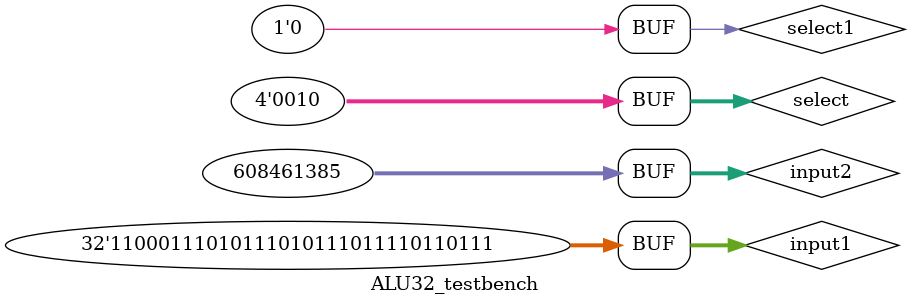
<source format=v>
`define DELAY 50
module ALU32_testbench(); 
reg [31:0] input1, input2;
reg [3:0] select;
reg select1;
reg carry_in;
wire carryOut, carryOut1;
wire [31:0] result,instruction;

ALU test_ALU(result,carryOut,carryOut1,input1,input2,select,select1,carry_in,instruction);

initial begin
#`DELAY;
input1 = 32'b11000111010111010111011110110111; input2 = 32'b00100100010001000110001001001001; select = 3'b010; select1 = 1'b0;
#`DELAY;


end
 
 
initial
begin

$monitor("time = %2d, input1 = %32b, input2 = %32b, select = %3b, result = %32b, carry_in = %1b, carry_out= %1b", $time, input1, input2, select, result, carry_in, carryOut);

end
 
endmodule
</source>
